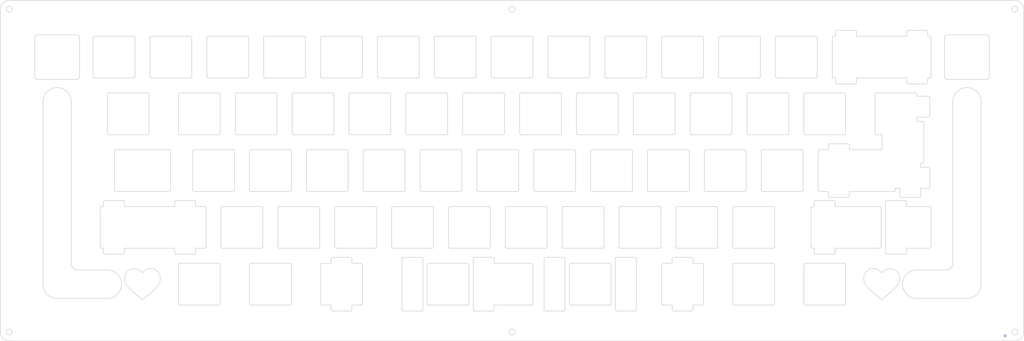
<source format=kicad_pcb>
(kicad_pcb (version 20171130) (host pcbnew "(5.1.5)-3")

  (general
    (thickness 1.6)
    (drawings 720)
    (tracks 1)
    (zones 0)
    (modules 0)
    (nets 1)
  )

  (page A4)
  (layers
    (0 F.Cu signal)
    (31 B.Cu signal)
    (32 B.Adhes user)
    (33 F.Adhes user)
    (34 B.Paste user)
    (35 F.Paste user)
    (36 B.SilkS user)
    (37 F.SilkS user)
    (38 B.Mask user)
    (39 F.Mask user)
    (40 Dwgs.User user)
    (41 Cmts.User user)
    (42 Eco1.User user)
    (43 Eco2.User user)
    (44 Edge.Cuts user)
    (45 Margin user)
    (46 B.CrtYd user)
    (47 F.CrtYd user)
    (48 B.Fab user)
    (49 F.Fab user)
  )

  (setup
    (last_trace_width 0.25)
    (trace_clearance 0.2)
    (zone_clearance 0.508)
    (zone_45_only no)
    (trace_min 0.2)
    (via_size 0.8)
    (via_drill 0.4)
    (via_min_size 0.4)
    (via_min_drill 0.3)
    (uvia_size 0.3)
    (uvia_drill 0.1)
    (uvias_allowed no)
    (uvia_min_size 0.2)
    (uvia_min_drill 0.1)
    (edge_width 0.05)
    (segment_width 0.2)
    (pcb_text_width 0.3)
    (pcb_text_size 1.5 1.5)
    (mod_edge_width 0.12)
    (mod_text_size 1 1)
    (mod_text_width 0.15)
    (pad_size 1.524 1.524)
    (pad_drill 0.762)
    (pad_to_mask_clearance 0.051)
    (solder_mask_min_width 0.25)
    (aux_axis_origin 0 0)
    (visible_elements FFFFFF7F)
    (pcbplotparams
      (layerselection 0x010fc_ffffffff)
      (usegerberextensions false)
      (usegerberattributes false)
      (usegerberadvancedattributes false)
      (creategerberjobfile false)
      (excludeedgelayer true)
      (linewidth 0.100000)
      (plotframeref false)
      (viasonmask false)
      (mode 1)
      (useauxorigin false)
      (hpglpennumber 1)
      (hpglpenspeed 20)
      (hpglpendiameter 15.000000)
      (psnegative false)
      (psa4output false)
      (plotreference true)
      (plotvalue true)
      (plotinvisibletext false)
      (padsonsilk false)
      (subtractmaskfromsilk false)
      (outputformat 1)
      (mirror false)
      (drillshape 0)
      (scaleselection 1)
      (outputdirectory "platemanu/"))
  )

  (net 0 "")

  (net_class Default "This is the default net class."
    (clearance 0.2)
    (trace_width 0.25)
    (via_dia 0.8)
    (via_drill 0.4)
    (uvia_dia 0.3)
    (uvia_drill 0.1)
  )

  (gr_arc (start 240.999999 138.40625) (end 240.5 138.40625) (angle -90) (layer Edge.Cuts) (width 0.2))
  (gr_line (start 241.587 140.40625) (end 241.587 138.90625) (layer Edge.Cuts) (width 0.2))
  (gr_arc (start 265.962999 140.40625) (end 265.463 140.40625) (angle -90) (layer Edge.Cuts) (width 0.2))
  (gr_line (start 241.587 138.90625) (end 241 138.90625) (layer Edge.Cuts) (width 0.2))
  (gr_line (start 240.5 138.40625) (end 240.5 125.40625) (layer Edge.Cuts) (width 0.2))
  (gr_arc (start 286.243749 81.25625) (end 285.24375 81.256249) (angle -90) (layer Edge.Cuts) (width 0.2))
  (gr_line (start 299.243749 82.25625) (end 286.24375 82.256249) (layer Edge.Cuts) (width 0.2))
  (gr_line (start 42.56875 144.45625) (end 42.56875 157.45625) (layer Edge.Cuts) (width 0.2))
  (gr_line (start 248.587 138.90625) (end 248.586999 140.40625) (layer Edge.Cuts) (width 0.2))
  (gr_line (start 176.70625 124.90625) (end 189.70625 124.90625) (layer Edge.Cuts) (width 0.2))
  (gr_line (start 242.087 122.90625) (end 248.087 122.90625) (layer Edge.Cuts) (width 0.2))
  (gr_arc (start 29.06875 157.45625) (end 28.56875 157.45625) (angle -90) (layer Edge.Cuts) (width 0.2))
  (gr_arc (start 286.24375 68.256249) (end 286.24375 67.256249) (angle -90) (layer Edge.Cuts) (width 0.2))
  (gr_line (start 157.15625 138.40625) (end 157.156249 125.40625) (layer Edge.Cuts) (width 0.2))
  (gr_line (start 252.11875 87.30625) (end 252.11875 100.30625) (layer Edge.Cuts) (width 0.2))
  (gr_line (start 190.20625 125.40625) (end 190.20625 138.406249) (layer Edge.Cuts) (width 0.2))
  (gr_line (start 241.587 124.90625) (end 241.587 123.40625) (layer Edge.Cuts) (width 0.2))
  (gr_line (start 241 124.90625) (end 241.587 124.90625) (layer Edge.Cuts) (width 0.2))
  (gr_arc (start 241 125.40625) (end 241 124.90625) (angle -90) (layer Edge.Cuts) (width 0.2))
  (gr_line (start 300.24375 68.256249) (end 300.24375 81.256249) (layer Edge.Cuts) (width 0.2))
  (gr_arc (start 189.70625 138.406249) (end 189.70625 138.90625) (angle -90) (layer Edge.Cuts) (width 0.2))
  (gr_arc (start 238.61875 87.30625) (end 238.61875 86.80625) (angle -90) (layer Edge.Cuts) (width 0.2))
  (gr_arc (start 42.06875 144.456249) (end 42.56875 144.45625) (angle -90) (layer Edge.Cuts) (width 0.2))
  (gr_arc (start 170.65625 125.406249) (end 171.15625 125.40625) (angle -90) (layer Edge.Cuts) (width 0.2))
  (gr_arc (start 299.24375 81.256249) (end 299.243749 82.25625) (angle -90) (layer Edge.Cuts) (width 0.2))
  (gr_line (start -5.556251 82.25625) (end -18.55625 82.256249) (layer Edge.Cuts) (width 0.2))
  (gr_line (start -4.55625 68.256249) (end -4.55625 81.256249) (layer Edge.Cuts) (width 0.2))
  (gr_arc (start -18.55625 68.25625) (end -18.556251 67.256249) (angle -90) (layer Edge.Cuts) (width 0.2))
  (gr_line (start 170.65625 138.90625) (end 157.65625 138.90625) (layer Edge.Cuts) (width 0.2))
  (gr_arc (start 176.706249 138.40625) (end 176.20625 138.40625) (angle -90) (layer Edge.Cuts) (width 0.2))
  (gr_arc (start 242.086999 140.40625) (end 241.587 140.40625) (angle -90) (layer Edge.Cuts) (width 0.2))
  (gr_arc (start 189.70625 125.406249) (end 190.20625 125.40625) (angle -90) (layer Edge.Cuts) (width 0.2))
  (gr_line (start 286.24375 67.256249) (end 299.243749 67.25625) (layer Edge.Cuts) (width 0.2))
  (gr_line (start 238.61875 86.80625) (end 251.61875 86.806249) (layer Edge.Cuts) (width 0.2))
  (gr_line (start -18.556251 67.256249) (end -5.556251 67.256249) (layer Edge.Cuts) (width 0.2))
  (gr_arc (start 238.618749 100.30625) (end 238.11875 100.30625) (angle -90) (layer Edge.Cuts) (width 0.2))
  (gr_arc (start 251.618749 100.306249) (end 251.61875 100.80625) (angle -90) (layer Edge.Cuts) (width 0.2))
  (gr_arc (start 170.656249 138.406249) (end 170.65625 138.90625) (angle -90) (layer Edge.Cuts) (width 0.2))
  (gr_line (start 189.70625 138.90625) (end 176.70625 138.906249) (layer Edge.Cuts) (width 0.2))
  (gr_arc (start -18.55625 81.256249) (end -19.556251 81.256249) (angle -90) (layer Edge.Cuts) (width 0.2))
  (gr_line (start 42.06875 157.95625) (end 29.06875 157.95625) (layer Edge.Cuts) (width 0.2))
  (gr_arc (start 251.61875 87.306249) (end 252.11875 87.30625) (angle -90) (layer Edge.Cuts) (width 0.2))
  (gr_arc (start 29.06875 144.45625) (end 29.06875 143.95625) (angle -90) (layer Edge.Cuts) (width 0.2))
  (gr_arc (start 42.06875 157.45625) (end 42.06875 157.95625) (angle -90) (layer Edge.Cuts) (width 0.2))
  (gr_arc (start -5.556251 68.25625) (end -4.55625 68.256249) (angle -90) (layer Edge.Cuts) (width 0.2))
  (gr_line (start 248.087 140.90625) (end 242.087 140.90625) (layer Edge.Cuts) (width 0.2))
  (gr_line (start 29.06875 143.95625) (end 42.06875 143.95625) (layer Edge.Cuts) (width 0.2))
  (gr_line (start 263.525 138.90625) (end 248.587 138.90625) (layer Edge.Cuts) (width 0.2))
  (gr_line (start 248.587 124.90625) (end 263.525 124.90625) (layer Edge.Cuts) (width 0.2))
  (gr_arc (start -5.556251 81.256249) (end -5.556251 82.25625) (angle -90) (layer Edge.Cuts) (width 0.2))
  (gr_line (start 176.20625 138.40625) (end 176.20625 125.40625) (layer Edge.Cuts) (width 0.2))
  (gr_arc (start 299.24375 68.256249) (end 300.24375 68.256249) (angle -90) (layer Edge.Cuts) (width 0.2))
  (gr_arc (start 263.525 138.406249) (end 263.525 138.90625) (angle -90) (layer Edge.Cuts) (width 0.2))
  (gr_line (start 264.025 125.40625) (end 264.025 138.406249) (layer Edge.Cuts) (width 0.2))
  (gr_arc (start 157.65625 125.40625) (end 157.65625 124.90625) (angle -90) (layer Edge.Cuts) (width 0.2))
  (gr_line (start 248.587 123.40625) (end 248.587 124.90625) (layer Edge.Cuts) (width 0.2))
  (gr_arc (start 242.087 123.40625) (end 242.087 122.90625) (angle -90) (layer Edge.Cuts) (width 0.2))
  (gr_line (start -19.556251 81.256249) (end -19.556251 68.25625) (layer Edge.Cuts) (width 0.2))
  (gr_line (start 28.56875 157.45625) (end 28.56875 144.45625) (layer Edge.Cuts) (width 0.2))
  (gr_line (start 251.61875 100.80625) (end 238.61875 100.80625) (layer Edge.Cuts) (width 0.2))
  (gr_line (start 157.65625 124.90625) (end 170.65625 124.90625) (layer Edge.Cuts) (width 0.2))
  (gr_line (start 238.11875 100.30625) (end 238.11875 87.30625) (layer Edge.Cuts) (width 0.2))
  (gr_arc (start 157.656249 138.40625) (end 157.15625 138.40625) (angle -90) (layer Edge.Cuts) (width 0.2))
  (gr_line (start 171.15625 125.40625) (end 171.15625 138.406249) (layer Edge.Cuts) (width 0.2))
  (gr_arc (start 176.70625 125.40625) (end 176.70625 124.90625) (angle -90) (layer Edge.Cuts) (width 0.2))
  (gr_arc (start 263.525 125.406249) (end 264.025 125.40625) (angle -90) (layer Edge.Cuts) (width 0.2))
  (gr_arc (start 248.086999 140.406249) (end 248.087 140.90625) (angle -90) (layer Edge.Cuts) (width 0.2))
  (gr_line (start 285.24375 81.256249) (end 285.24375 68.25625) (layer Edge.Cuts) (width 0.2))
  (gr_arc (start 248.087 123.406249) (end 248.587 123.40625) (angle -90) (layer Edge.Cuts) (width 0.2))
  (gr_arc (start 277.8125 96.831249) (end 278.3125 96.83125) (angle -90) (layer Edge.Cuts) (width 0.2))
  (gr_arc (start 279.8125 94.39325) (end 279.812499 94.89325) (angle -90) (layer Edge.Cuts) (width 0.2))
  (gr_arc (start 181.46875 87.30625) (end 181.46875 86.80625) (angle -90) (layer Edge.Cuts) (width 0.2))
  (gr_arc (start 61.11875 100.30625) (end 61.11875 100.80625) (angle -90) (layer Edge.Cuts) (width 0.2))
  (gr_line (start 264.3125 100.80625) (end 262.43125 100.80625) (layer Edge.Cuts) (width 0.2))
  (gr_arc (start 184.943749 81.256249) (end 184.94375 81.75625) (angle -90) (layer Edge.Cuts) (width 0.2))
  (gr_line (start 185.44375 68.25625) (end 185.44375 81.256249) (layer Edge.Cuts) (width 0.2))
  (gr_arc (start 61.118749 87.30625) (end 61.61875 87.30625) (angle -90) (layer Edge.Cuts) (width 0.2))
  (gr_line (start 194.46875 100.80625) (end 181.46875 100.80625) (layer Edge.Cuts) (width 0.2))
  (gr_arc (start 246.8495 104.35625) (end 246.8495 103.85625) (angle -90) (layer Edge.Cuts) (width 0.2))
  (gr_line (start 261.93125 100.30625) (end 261.93125 87.30625) (layer Edge.Cuts) (width 0.2))
  (gr_arc (start 194.46875 100.306249) (end 194.46875 100.80625) (angle -90) (layer Edge.Cuts) (width 0.2))
  (gr_line (start 194.96875 87.30625) (end 194.96875 100.30625) (layer Edge.Cuts) (width 0.2))
  (gr_line (start 275.93125 94.89325) (end 275.93125 96.33125) (layer Edge.Cuts) (width 0.2))
  (gr_arc (start 194.46875 87.306249) (end 194.96875 87.30625) (angle -90) (layer Edge.Cuts) (width 0.2))
  (gr_arc (start 262.43125 87.30625) (end 262.43125 86.80625) (angle -90) (layer Edge.Cuts) (width 0.2))
  (gr_arc (start 243.381249 106.35625) (end 243.381249 105.85625) (angle -90) (layer Edge.Cuts) (width 0.2))
  (gr_line (start 47.61875 100.30625) (end 47.61875 87.30625) (layer Edge.Cuts) (width 0.2))
  (gr_line (start 280.312499 88.39325) (end 280.312499 94.39325) (layer Edge.Cuts) (width 0.2))
  (gr_line (start 279.812499 94.89325) (end 275.93125 94.89325) (layer Edge.Cuts) (width 0.2))
  (gr_arc (start 279.8125 112.269249) (end 280.312499 112.26925) (angle -90) (layer Edge.Cuts) (width 0.2))
  (gr_arc (start 48.11875 100.30625) (end 47.61875 100.30625) (angle -90) (layer Edge.Cuts) (width 0.2))
  (gr_line (start 48.11875 86.80625) (end 61.11875 86.806249) (layer Edge.Cuts) (width 0.2))
  (gr_arc (start 184.94375 68.256249) (end 185.44375 68.25625) (angle -90) (layer Edge.Cuts) (width 0.2))
  (gr_arc (start 275.43125 87.306249) (end 275.93125 87.30625) (angle -90) (layer Edge.Cuts) (width 0.2))
  (gr_line (start 42.06875 100.80625) (end 29.06875 100.80625) (layer Edge.Cuts) (width 0.2))
  (gr_arc (start 262.431249 100.30625) (end 261.93125 100.30625) (angle -90) (layer Edge.Cuts) (width 0.2))
  (gr_line (start 42.56875 87.30625) (end 42.568749 100.30625) (layer Edge.Cuts) (width 0.2))
  (gr_line (start 243.381249 105.85625) (end 246.3495 105.85625) (layer Edge.Cuts) (width 0.2))
  (gr_arc (start 29.06875 100.30625) (end 28.56875 100.30625) (angle -90) (layer Edge.Cuts) (width 0.2))
  (gr_line (start 253.3495 104.35625) (end 253.3495 105.85625) (layer Edge.Cuts) (width 0.2))
  (gr_line (start 246.8495 103.85625) (end 252.8495 103.856249) (layer Edge.Cuts) (width 0.2))
  (gr_line (start 242.881249 119.35625) (end 242.881249 106.35625) (layer Edge.Cuts) (width 0.2))
  (gr_line (start 262.43125 86.80625) (end 275.43125 86.806249) (layer Edge.Cuts) (width 0.2))
  (gr_arc (start 42.06875 100.30625) (end 42.06875 100.80625) (angle -90) (layer Edge.Cuts) (width 0.2))
  (gr_arc (start 171.94375 81.25625) (end 171.44375 81.256249) (angle -90) (layer Edge.Cuts) (width 0.2))
  (gr_line (start 246.3495 105.85625) (end 246.3495 104.35625) (layer Edge.Cuts) (width 0.2))
  (gr_line (start 275.93125 96.33125) (end 277.8125 96.33125) (layer Edge.Cuts) (width 0.2))
  (gr_line (start 171.44375 81.256249) (end 171.443749 68.25625) (layer Edge.Cuts) (width 0.2))
  (gr_line (start 184.94375 81.75625) (end 171.94375 81.75625) (layer Edge.Cuts) (width 0.2))
  (gr_arc (start 29.06875 87.30625) (end 29.06875 86.80625) (angle -90) (layer Edge.Cuts) (width 0.2))
  (gr_line (start 171.94375 67.75625) (end 184.94375 67.756249) (layer Edge.Cuts) (width 0.2))
  (gr_line (start 278.3125 96.83125) (end 278.3125 109.83125) (layer Edge.Cuts) (width 0.2))
  (gr_line (start 277.8125 110.331249) (end 277.2255 110.331249) (layer Edge.Cuts) (width 0.2))
  (gr_line (start 61.11875 100.80625) (end 48.11875 100.80625) (layer Edge.Cuts) (width 0.2))
  (gr_line (start 275.93125 87.30625) (end 275.93125 87.89325) (layer Edge.Cuts) (width 0.2))
  (gr_arc (start 171.94375 68.25625) (end 171.94375 67.75625) (angle -90) (layer Edge.Cuts) (width 0.2))
  (gr_line (start 61.61875 87.30625) (end 61.61875 100.30625) (layer Edge.Cuts) (width 0.2))
  (gr_line (start 280.312499 112.26925) (end 280.3125 118.26925) (layer Edge.Cuts) (width 0.2))
  (gr_line (start 275.93125 87.89325) (end 279.812499 87.893249) (layer Edge.Cuts) (width 0.2))
  (gr_line (start 29.06875 86.80625) (end 42.06875 86.806249) (layer Edge.Cuts) (width 0.2))
  (gr_line (start 277.2255 111.76925) (end 279.812499 111.76925) (layer Edge.Cuts) (width 0.2))
  (gr_line (start 277.2255 110.331249) (end 277.2255 111.76925) (layer Edge.Cuts) (width 0.2))
  (gr_arc (start 277.8125 109.831249) (end 277.8125 110.331249) (angle -90) (layer Edge.Cuts) (width 0.2))
  (gr_arc (start 252.8495 104.356249) (end 253.3495 104.35625) (angle -90) (layer Edge.Cuts) (width 0.2))
  (gr_arc (start 279.8125 88.393249) (end 280.312499 88.39325) (angle -90) (layer Edge.Cuts) (width 0.2))
  (gr_line (start 253.3495 105.85625) (end 264.3125 105.85625) (layer Edge.Cuts) (width 0.2))
  (gr_arc (start 181.468749 100.30625) (end 180.96875 100.30625) (angle -90) (layer Edge.Cuts) (width 0.2))
  (gr_line (start 181.46875 86.80625) (end 194.46875 86.806249) (layer Edge.Cuts) (width 0.2))
  (gr_line (start 264.3125 105.85625) (end 264.3125 100.80625) (layer Edge.Cuts) (width 0.2))
  (gr_line (start 180.96875 100.30625) (end 180.96875 87.30625) (layer Edge.Cuts) (width 0.2))
  (gr_arc (start 48.11875 87.306249) (end 48.11875 86.80625) (angle -90) (layer Edge.Cuts) (width 0.2))
  (gr_line (start 28.56875 100.30625) (end 28.56875 87.30625) (layer Edge.Cuts) (width 0.2))
  (gr_arc (start 42.06875 87.306249) (end 42.56875 87.30625) (angle -90) (layer Edge.Cuts) (width 0.2))
  (gr_line (start 214.01875 87.30625) (end 214.01875 100.30625) (layer Edge.Cuts) (width 0.2))
  (gr_line (start 19.54375 81.756249) (end 32.54375 81.75625) (layer Edge.Cuts) (width 0.2))
  (gr_arc (start 175.41875 100.306249) (end 175.41875 100.80625) (angle -90) (layer Edge.Cuts) (width 0.2))
  (gr_arc (start 67.16875 100.30625) (end 66.66875 100.30625) (angle -90) (layer Edge.Cuts) (width 0.2))
  (gr_arc (start 65.88125 144.45625) (end 66.38125 144.45625) (angle -90) (layer Edge.Cuts) (width 0.2))
  (gr_line (start 137.81875 87.30625) (end 137.81875 100.30625) (layer Edge.Cuts) (width 0.2))
  (gr_arc (start 137.31875 87.306249) (end 137.81875 87.30625) (angle -90) (layer Edge.Cuts) (width 0.2))
  (gr_arc (start 65.881249 157.456249) (end 65.88125 157.95625) (angle -90) (layer Edge.Cuts) (width 0.2))
  (gr_line (start 271.963 140.90625) (end 265.963 140.906249) (layer Edge.Cuts) (width 0.2))
  (gr_line (start 124.31875 86.80625) (end 137.31875 86.806249) (layer Edge.Cuts) (width 0.2))
  (gr_line (start 80.16875 86.80625) (end 67.16875 86.80625) (layer Edge.Cuts) (width 0.2))
  (gr_arc (start 165.89375 68.256249) (end 166.39375 68.25625) (angle -90) (layer Edge.Cuts) (width 0.2))
  (gr_line (start 152.89375 67.75625) (end 165.89375 67.756249) (layer Edge.Cuts) (width 0.2))
  (gr_arc (start 152.89375 68.25625) (end 152.89375 67.75625) (angle -90) (layer Edge.Cuts) (width 0.2))
  (gr_arc (start 32.54375 68.256249) (end 33.04375 68.25625) (angle -90) (layer Edge.Cuts) (width 0.2))
  (gr_line (start 162.41875 86.80625) (end 175.41875 86.806249) (layer Edge.Cuts) (width 0.2))
  (gr_arc (start 280.19375 138.406249) (end 280.19375 138.90625) (angle -90) (layer Edge.Cuts) (width 0.2))
  (gr_line (start 272.463 138.90625) (end 272.463 140.40625) (layer Edge.Cuts) (width 0.2))
  (gr_arc (start 19.54375 68.25625) (end 19.54375 67.75625) (angle -90) (layer Edge.Cuts) (width 0.2))
  (gr_line (start 32.54375 67.756249) (end 19.54375 67.75625) (layer Edge.Cuts) (width 0.2))
  (gr_line (start 272.463 124.90625) (end 280.19375 124.90625) (layer Edge.Cuts) (width 0.2))
  (gr_arc (start 32.54375 81.25625) (end 32.54375 81.75625) (angle -90) (layer Edge.Cuts) (width 0.2))
  (gr_line (start 280.69375 125.40625) (end 280.69375 138.406249) (layer Edge.Cuts) (width 0.2))
  (gr_arc (start 19.543749 81.256249) (end 19.04375 81.256249) (angle -90) (layer Edge.Cuts) (width 0.2))
  (gr_line (start 161.91875 100.30625) (end 161.91875 87.30625) (layer Edge.Cuts) (width 0.2))
  (gr_arc (start 175.41875 87.306249) (end 175.91875 87.30625) (angle -90) (layer Edge.Cuts) (width 0.2))
  (gr_arc (start 80.16875 87.30625) (end 80.66875 87.30625) (angle -90) (layer Edge.Cuts) (width 0.2))
  (gr_arc (start 200.51875 100.30625) (end 200.01875 100.30625) (angle -90) (layer Edge.Cuts) (width 0.2))
  (gr_arc (start 213.51875 100.306249) (end 213.51875 100.80625) (angle -90) (layer Edge.Cuts) (width 0.2))
  (gr_line (start 175.41875 100.80625) (end 162.41875 100.80625) (layer Edge.Cuts) (width 0.2))
  (gr_line (start 175.91875 87.30625) (end 175.91875 100.30625) (layer Edge.Cuts) (width 0.2))
  (gr_arc (start 162.41875 87.30625) (end 162.41875 86.80625) (angle -90) (layer Edge.Cuts) (width 0.2))
  (gr_arc (start 52.881249 144.456249) (end 52.88125 143.95625) (angle -90) (layer Edge.Cuts) (width 0.2))
  (gr_line (start 52.88125 157.95625) (end 65.88125 157.95625) (layer Edge.Cuts) (width 0.2))
  (gr_line (start 200.01875 100.30625) (end 200.01875 87.30625) (layer Edge.Cuts) (width 0.2))
  (gr_line (start 137.31875 100.80625) (end 124.31875 100.80625) (layer Edge.Cuts) (width 0.2))
  (gr_line (start 280.19375 138.90625) (end 272.463 138.90625) (layer Edge.Cuts) (width 0.2))
  (gr_line (start 265.963 122.90625) (end 271.963 122.90625) (layer Edge.Cuts) (width 0.2))
  (gr_arc (start 124.31875 100.306249) (end 123.81875 100.30625) (angle -90) (layer Edge.Cuts) (width 0.2))
  (gr_arc (start 137.31875 100.30625) (end 137.31875 100.80625) (angle -90) (layer Edge.Cuts) (width 0.2))
  (gr_line (start 65.88125 143.95625) (end 52.88125 143.95625) (layer Edge.Cuts) (width 0.2))
  (gr_line (start 213.51875 100.80625) (end 200.51875 100.80625) (layer Edge.Cuts) (width 0.2))
  (gr_line (start 200.51875 86.80625) (end 213.51875 86.806249) (layer Edge.Cuts) (width 0.2))
  (gr_arc (start 200.51875 87.30625) (end 200.51875 86.80625) (angle -90) (layer Edge.Cuts) (width 0.2))
  (gr_line (start 123.81875 100.30625) (end 123.81875 87.30625) (layer Edge.Cuts) (width 0.2))
  (gr_arc (start 124.31875 87.30625) (end 124.31875 86.80625) (angle -90) (layer Edge.Cuts) (width 0.2))
  (gr_arc (start 271.962999 140.406249) (end 271.963 140.90625) (angle -90) (layer Edge.Cuts) (width 0.2))
  (gr_line (start 66.38125 157.45625) (end 66.38125 144.45625) (layer Edge.Cuts) (width 0.2))
  (gr_line (start 19.04375 68.25625) (end 19.04375 81.256249) (layer Edge.Cuts) (width 0.2))
  (gr_arc (start 162.418749 100.30625) (end 161.91875 100.30625) (angle -90) (layer Edge.Cuts) (width 0.2))
  (gr_line (start 80.66875 100.30625) (end 80.66875 87.30625) (layer Edge.Cuts) (width 0.2))
  (gr_arc (start 80.16875 100.30625) (end 80.16875 100.80625) (angle -90) (layer Edge.Cuts) (width 0.2))
  (gr_arc (start 265.963 123.40625) (end 265.963 122.90625) (angle -90) (layer Edge.Cuts) (width 0.2))
  (gr_line (start 66.66875 87.30625) (end 66.66875 100.30625) (layer Edge.Cuts) (width 0.2))
  (gr_arc (start 280.19375 125.406249) (end 280.69375 125.40625) (angle -90) (layer Edge.Cuts) (width 0.2))
  (gr_arc (start 271.963 123.406249) (end 272.463 123.40625) (angle -90) (layer Edge.Cuts) (width 0.2))
  (gr_arc (start 213.51875 87.306249) (end 214.01875 87.30625) (angle -90) (layer Edge.Cuts) (width 0.2))
  (gr_arc (start 67.168749 87.306249) (end 67.16875 86.80625) (angle -90) (layer Edge.Cuts) (width 0.2))
  (gr_line (start 67.16875 100.80625) (end 80.16875 100.80625) (layer Edge.Cuts) (width 0.2))
  (gr_line (start 265.463 140.40625) (end 265.463 123.40625) (layer Edge.Cuts) (width 0.2))
  (gr_arc (start 52.88125 157.45625) (end 52.38125 157.45625) (angle -90) (layer Edge.Cuts) (width 0.2))
  (gr_line (start 272.463 123.40625) (end 272.463 124.90625) (layer Edge.Cuts) (width 0.2))
  (gr_line (start 52.38125 144.45625) (end 52.38125 157.45625) (layer Edge.Cuts) (width 0.2))
  (gr_line (start 33.04375 81.256249) (end 33.04375 68.25625) (layer Edge.Cuts) (width 0.2))
  (gr_line (start 34.338 124.90625) (end 37.30625 124.90625) (layer Edge.Cuts) (width 0.2))
  (gr_line (start 34.338 123.40625) (end 34.338 124.90625) (layer Edge.Cuts) (width 0.2))
  (gr_arc (start 37.30625 125.40625) (end 37.80625 125.40625) (angle -90) (layer Edge.Cuts) (width 0.2))
  (gr_arc (start 33.838 123.40625) (end 34.338 123.40625) (angle -90) (layer Edge.Cuts) (width 0.2))
  (gr_line (start 27.838 122.90625) (end 33.838 122.90625) (layer Edge.Cuts) (width 0.2))
  (gr_line (start 25.9 106.35625) (end 25.9 119.35625) (layer Edge.Cuts) (width 0.2))
  (gr_arc (start 25.4 106.35625) (end 25.9 106.35625) (angle -90) (layer Edge.Cuts) (width 0.2))
  (gr_arc (start 160.0375 157.45625) (end 159.5375 157.45625) (angle -90) (layer Edge.Cuts) (width 0.2))
  (gr_line (start 173.0375 157.95625) (end 160.0375 157.95625) (layer Edge.Cuts) (width 0.2))
  (gr_arc (start 110.03125 119.35625) (end 109.53125 119.35625) (angle -90) (layer Edge.Cuts) (width 0.2))
  (gr_arc (start 214.80625 157.45625) (end 214.30625 157.45625) (angle -90) (layer Edge.Cuts) (width 0.2))
  (gr_line (start 151.60625 138.90625) (end 138.60625 138.90625) (layer Edge.Cuts) (width 0.2))
  (gr_line (start 25.4 119.85625) (end 7.6375 119.85625) (layer Edge.Cuts) (width 0.2))
  (gr_arc (start 214.80625 125.40625) (end 214.80625 124.90625) (angle -90) (layer Edge.Cuts) (width 0.2))
  (gr_arc (start 227.80625 157.45625) (end 227.80625 157.95625) (angle -90) (layer Edge.Cuts) (width 0.2))
  (gr_line (start 123.03125 119.85625) (end 110.03125 119.85625) (layer Edge.Cuts) (width 0.2))
  (gr_line (start 123.53125 106.35625) (end 123.53125 119.35625) (layer Edge.Cuts) (width 0.2))
  (gr_arc (start 123.031249 106.35625) (end 123.53125 106.35625) (angle -90) (layer Edge.Cuts) (width 0.2))
  (gr_line (start 214.30625 157.45625) (end 214.30625 144.45625) (layer Edge.Cuts) (width 0.2))
  (gr_line (start 227.80625 157.95625) (end 214.80625 157.95625) (layer Edge.Cuts) (width 0.2))
  (gr_arc (start 227.806249 138.406249) (end 227.80625 138.90625) (angle -90) (layer Edge.Cuts) (width 0.2))
  (gr_line (start 214.30625 125.40625) (end 214.30625 138.406249) (layer Edge.Cuts) (width 0.2))
  (gr_arc (start 214.80625 138.40625) (end 214.30625 138.406249) (angle -90) (layer Edge.Cuts) (width 0.2))
  (gr_arc (start 7.6375 106.35625) (end 7.6375 105.85625) (angle -90) (layer Edge.Cuts) (width 0.2))
  (gr_line (start 228.30625 144.45625) (end 228.306249 157.45625) (layer Edge.Cuts) (width 0.2))
  (gr_line (start 7.1375 119.35625) (end 7.1375 106.35625) (layer Edge.Cuts) (width 0.2))
  (gr_line (start 7.6375 105.85625) (end 25.4 105.85625) (layer Edge.Cuts) (width 0.2))
  (gr_arc (start 84.93125 119.356249) (end 84.93125 119.85625) (angle -90) (layer Edge.Cuts) (width 0.2))
  (gr_arc (start 71.931249 119.35625) (end 71.431249 119.35625) (angle -90) (layer Edge.Cuts) (width 0.2))
  (gr_line (start 138.10625 138.40625) (end 138.10625 125.40625) (layer Edge.Cuts) (width 0.2))
  (gr_line (start 110.03125 105.85625) (end 123.03125 105.856249) (layer Edge.Cuts) (width 0.2))
  (gr_arc (start 27.838 123.40625) (end 27.838 122.90625) (angle -90) (layer Edge.Cuts) (width 0.2))
  (gr_line (start 27.338 124.90625) (end 27.338 123.40625) (layer Edge.Cuts) (width 0.2))
  (gr_line (start 10.462 124.90625) (end 27.338 124.90625) (layer Edge.Cuts) (width 0.2))
  (gr_arc (start 9.961999 123.40625) (end 10.462 123.40625) (angle -90) (layer Edge.Cuts) (width 0.2))
  (gr_arc (start 75.40625 125.406249) (end 75.90625 125.40625) (angle -90) (layer Edge.Cuts) (width 0.2))
  (gr_arc (start 227.80625 144.456249) (end 228.30625 144.45625) (angle -90) (layer Edge.Cuts) (width 0.2))
  (gr_arc (start 7.637499 119.35625) (end 7.1375 119.35625) (angle -90) (layer Edge.Cuts) (width 0.2))
  (gr_arc (start 84.93125 106.35625) (end 85.43125 106.35625) (angle -90) (layer Edge.Cuts) (width 0.2))
  (gr_line (start 75.40625 138.90625) (end 62.40625 138.90625) (layer Edge.Cuts) (width 0.2))
  (gr_arc (start 173.0375 144.456249) (end 173.5375 144.45625) (angle -90) (layer Edge.Cuts) (width 0.2))
  (gr_arc (start 214.80625 144.45625) (end 214.80625 143.95625) (angle -90) (layer Edge.Cuts) (width 0.2))
  (gr_line (start 227.80625 124.90625) (end 214.80625 124.90625) (layer Edge.Cuts) (width 0.2))
  (gr_line (start 71.431249 119.35625) (end 71.431249 106.35625) (layer Edge.Cuts) (width 0.2))
  (gr_line (start 85.43125 106.35625) (end 85.43125 119.35625) (layer Edge.Cuts) (width 0.2))
  (gr_line (start 10.462 123.40625) (end 10.462 124.90625) (layer Edge.Cuts) (width 0.2))
  (gr_line (start 61.906249 138.40625) (end 61.906249 125.40625) (layer Edge.Cuts) (width 0.2))
  (gr_arc (start 62.40625 138.40625) (end 61.906249 138.40625) (angle -90) (layer Edge.Cuts) (width 0.2))
  (gr_line (start 159.5375 157.45625) (end 159.5375 144.45625) (layer Edge.Cuts) (width 0.2))
  (gr_line (start 173.5375 144.45625) (end 173.5375 157.45625) (layer Edge.Cuts) (width 0.2))
  (gr_line (start 84.93125 119.85625) (end 71.93125 119.85625) (layer Edge.Cuts) (width 0.2))
  (gr_line (start 71.93125 105.85625) (end 84.93125 105.856249) (layer Edge.Cuts) (width 0.2))
  (gr_line (start 109.53125 119.35625) (end 109.53125 106.35625) (layer Edge.Cuts) (width 0.2))
  (gr_arc (start 160.0375 144.45625) (end 160.0375 143.95625) (angle -90) (layer Edge.Cuts) (width 0.2))
  (gr_arc (start 75.40625 138.406249) (end 75.40625 138.90625) (angle -90) (layer Edge.Cuts) (width 0.2))
  (gr_arc (start 227.80625 125.406249) (end 228.30625 125.40625) (angle -90) (layer Edge.Cuts) (width 0.2))
  (gr_arc (start 110.03125 106.35625) (end 110.03125 105.85625) (angle -90) (layer Edge.Cuts) (width 0.2))
  (gr_line (start 75.90625 125.40625) (end 75.90625 138.406249) (layer Edge.Cuts) (width 0.2))
  (gr_line (start 62.40625 124.90625) (end 75.40625 124.906249) (layer Edge.Cuts) (width 0.2))
  (gr_arc (start 173.0375 157.45625) (end 173.0375 157.95625) (angle -90) (layer Edge.Cuts) (width 0.2))
  (gr_arc (start 71.931249 106.35625) (end 71.93125 105.85625) (angle -90) (layer Edge.Cuts) (width 0.2))
  (gr_line (start 214.80625 138.90625) (end 227.80625 138.90625) (layer Edge.Cuts) (width 0.2))
  (gr_arc (start 123.03125 119.35625) (end 123.03125 119.85625) (angle -90) (layer Edge.Cuts) (width 0.2))
  (gr_line (start 214.80625 143.95625) (end 227.80625 143.95625) (layer Edge.Cuts) (width 0.2))
  (gr_arc (start 138.60625 138.40625) (end 138.10625 138.40625) (angle -90) (layer Edge.Cuts) (width 0.2))
  (gr_arc (start 62.406249 125.40625) (end 62.40625 124.90625) (angle -90) (layer Edge.Cuts) (width 0.2))
  (gr_line (start 160.0375 143.95625) (end 173.0375 143.95625) (layer Edge.Cuts) (width 0.2))
  (gr_arc (start 25.4 119.35625) (end 25.4 119.85625) (angle -90) (layer Edge.Cuts) (width 0.2))
  (gr_line (start 228.30625 138.406249) (end 228.30625 125.40625) (layer Edge.Cuts) (width 0.2))
  (gr_line (start 129.08125 105.85625) (end 142.08125 105.85625) (layer Edge.Cuts) (width 0.2))
  (gr_arc (start 186.23125 106.35625) (end 186.23125 105.85625) (angle -90) (layer Edge.Cuts) (width 0.2))
  (gr_arc (start 156.36875 87.306249) (end 156.86875 87.30625) (angle -90) (layer Edge.Cuts) (width 0.2))
  (gr_line (start 147.63125 119.35625) (end 147.631249 106.35625) (layer Edge.Cuts) (width 0.2))
  (gr_line (start 161.63125 106.35625) (end 161.631249 119.35625) (layer Edge.Cuts) (width 0.2))
  (gr_line (start 33.83125 105.85625) (end 46.83125 105.85625) (layer Edge.Cuts) (width 0.2))
  (gr_arc (start 33.83125 106.35625) (end 33.83125 105.85625) (angle -90) (layer Edge.Cuts) (width 0.2))
  (gr_line (start 148.13125 105.85625) (end 161.13125 105.85625) (layer Edge.Cuts) (width 0.2))
  (gr_arc (start 156.368749 100.306249) (end 156.36875 100.80625) (angle -90) (layer Edge.Cuts) (width 0.2))
  (gr_arc (start 180.18125 106.356249) (end 180.68125 106.35625) (angle -90) (layer Edge.Cuts) (width 0.2))
  (gr_arc (start 18.25625 100.30625) (end 18.25625 100.80625) (angle -90) (layer Edge.Cuts) (width 0.2))
  (gr_line (start 152.10625 125.40625) (end 152.10625 138.406249) (layer Edge.Cuts) (width 0.2))
  (gr_line (start 138.60625 124.90625) (end 151.60625 124.90625) (layer Edge.Cuts) (width 0.2))
  (gr_arc (start 138.60625 125.40625) (end 138.60625 124.90625) (angle -90) (layer Edge.Cuts) (width 0.2))
  (gr_line (start 186.23125 105.85625) (end 199.23125 105.85625) (layer Edge.Cuts) (width 0.2))
  (gr_line (start 185.73125 119.35625) (end 185.73125 106.35625) (layer Edge.Cuts) (width 0.2))
  (gr_line (start 156.36875 100.80625) (end 143.36875 100.80625) (layer Edge.Cuts) (width 0.2))
  (gr_arc (start 186.231249 119.35625) (end 185.73125 119.35625) (angle -90) (layer Edge.Cuts) (width 0.2))
  (gr_line (start 199.73125 106.35625) (end 199.73125 119.35625) (layer Edge.Cuts) (width 0.2))
  (gr_line (start 18.25625 100.80625) (end 5.25625 100.80625) (layer Edge.Cuts) (width 0.2))
  (gr_line (start 65.88125 119.85625) (end 52.88125 119.85625) (layer Edge.Cuts) (width 0.2))
  (gr_line (start 142.86875 100.30625) (end 142.86875 87.30625) (layer Edge.Cuts) (width 0.2))
  (gr_line (start 156.86875 87.30625) (end 156.86875 100.30625) (layer Edge.Cuts) (width 0.2))
  (gr_arc (start 167.18125 106.35625) (end 167.18125 105.85625) (angle -90) (layer Edge.Cuts) (width 0.2))
  (gr_line (start 52.38125 119.35625) (end 52.38125 106.35625) (layer Edge.Cuts) (width 0.2))
  (gr_arc (start 5.25625 100.30625) (end 4.75625 100.30625) (angle -90) (layer Edge.Cuts) (width 0.2))
  (gr_line (start 18.75625 87.30625) (end 18.756249 100.30625) (layer Edge.Cuts) (width 0.2))
  (gr_arc (start 142.081249 119.356249) (end 142.08125 119.85625) (angle -90) (layer Edge.Cuts) (width 0.2))
  (gr_arc (start 142.08125 106.356249) (end 142.58125 106.35625) (angle -90) (layer Edge.Cuts) (width 0.2))
  (gr_line (start 199.23125 119.85625) (end 186.23125 119.856249) (layer Edge.Cuts) (width 0.2))
  (gr_line (start 180.18125 119.85625) (end 167.18125 119.856249) (layer Edge.Cuts) (width 0.2))
  (gr_line (start 180.68125 106.35625) (end 180.68125 119.35625) (layer Edge.Cuts) (width 0.2))
  (gr_arc (start 143.36875 87.30625) (end 143.36875 86.80625) (angle -90) (layer Edge.Cuts) (width 0.2))
  (gr_arc (start 143.368749 100.30625) (end 142.86875 100.30625) (angle -90) (layer Edge.Cuts) (width 0.2))
  (gr_line (start 142.08125 119.85625) (end 129.08125 119.85625) (layer Edge.Cuts) (width 0.2))
  (gr_line (start 167.18125 105.85625) (end 180.18125 105.85625) (layer Edge.Cuts) (width 0.2))
  (gr_line (start 47.33125 106.35625) (end 47.33125 119.35625) (layer Edge.Cuts) (width 0.2))
  (gr_arc (start 148.13125 106.35625) (end 148.13125 105.85625) (angle -90) (layer Edge.Cuts) (width 0.2))
  (gr_arc (start 46.83125 119.35625) (end 46.83125 119.85625) (angle -90) (layer Edge.Cuts) (width 0.2))
  (gr_arc (start 46.83125 106.35625) (end 47.33125 106.35625) (angle -90) (layer Edge.Cuts) (width 0.2))
  (gr_line (start 4.75625 100.30625) (end 4.75625 87.30625) (layer Edge.Cuts) (width 0.2))
  (gr_line (start 142.58125 106.35625) (end 142.581249 119.35625) (layer Edge.Cuts) (width 0.2))
  (gr_line (start 33.33125 119.35625) (end 33.33125 106.35625) (layer Edge.Cuts) (width 0.2))
  (gr_arc (start 33.83125 119.35625) (end 33.33125 119.35625) (angle -90) (layer Edge.Cuts) (width 0.2))
  (gr_arc (start 161.131249 119.356249) (end 161.13125 119.85625) (angle -90) (layer Edge.Cuts) (width 0.2))
  (gr_line (start 161.13125 119.85625) (end 148.13125 119.85625) (layer Edge.Cuts) (width 0.2))
  (gr_line (start 46.83125 119.85625) (end 33.83125 119.85625) (layer Edge.Cuts) (width 0.2))
  (gr_arc (start 161.13125 106.356249) (end 161.63125 106.35625) (angle -90) (layer Edge.Cuts) (width 0.2))
  (gr_arc (start 52.88125 119.35625) (end 52.38125 119.35625) (angle -90) (layer Edge.Cuts) (width 0.2))
  (gr_line (start 143.36875 86.80625) (end 156.36875 86.806249) (layer Edge.Cuts) (width 0.2))
  (gr_arc (start 199.23125 106.356249) (end 199.73125 106.35625) (angle -90) (layer Edge.Cuts) (width 0.2))
  (gr_line (start 5.25625 86.80625) (end 18.25625 86.806249) (layer Edge.Cuts) (width 0.2))
  (gr_arc (start 167.181249 119.35625) (end 166.68125 119.35625) (angle -90) (layer Edge.Cuts) (width 0.2))
  (gr_arc (start 180.18125 119.356249) (end 180.18125 119.85625) (angle -90) (layer Edge.Cuts) (width 0.2))
  (gr_arc (start 18.25625 87.306249) (end 18.75625 87.30625) (angle -90) (layer Edge.Cuts) (width 0.2))
  (gr_arc (start 148.131249 119.35625) (end 147.63125 119.35625) (angle -90) (layer Edge.Cuts) (width 0.2))
  (gr_arc (start 129.08125 106.35625) (end 129.08125 105.85625) (angle -90) (layer Edge.Cuts) (width 0.2))
  (gr_arc (start 199.23125 119.356249) (end 199.23125 119.85625) (angle -90) (layer Edge.Cuts) (width 0.2))
  (gr_arc (start 5.25625 87.30625) (end 5.25625 86.80625) (angle -90) (layer Edge.Cuts) (width 0.2))
  (gr_line (start 166.68125 119.35625) (end 166.68125 106.35625) (layer Edge.Cuts) (width 0.2))
  (gr_arc (start 151.606249 138.406249) (end 151.60625 138.90625) (angle -90) (layer Edge.Cuts) (width 0.2))
  (gr_line (start 128.58125 119.35625) (end 128.58125 106.35625) (layer Edge.Cuts) (width 0.2))
  (gr_arc (start 129.08125 119.35625) (end 128.58125 119.35625) (angle -90) (layer Edge.Cuts) (width 0.2))
  (gr_arc (start 151.60625 125.406249) (end 152.10625 125.40625) (angle -90) (layer Edge.Cuts) (width 0.2))
  (gr_line (start 51.59375 81.75625) (end 38.59375 81.75625) (layer Edge.Cuts) (width 0.2))
  (gr_arc (start 51.59375 81.256249) (end 51.59375 81.75625) (angle -90) (layer Edge.Cuts) (width 0.2))
  (gr_arc (start 208.75625 125.406249) (end 209.25625 125.40625) (angle -90) (layer Edge.Cuts) (width 0.2))
  (gr_arc (start 81.45625 138.40625) (end 80.95625 138.40625) (angle -90) (layer Edge.Cuts) (width 0.2))
  (gr_arc (start 94.456249 125.40625) (end 94.95625 125.40625) (angle -90) (layer Edge.Cuts) (width 0.2))
  (gr_line (start 2.875 124.90625) (end 3.462 124.90625) (layer Edge.Cuts) (width 0.2))
  (gr_line (start 37.30625 138.90625) (end 34.338 138.90625) (layer Edge.Cuts) (width 0.2))
  (gr_arc (start 243.381249 119.35625) (end 242.881249 119.35625) (angle -90) (layer Edge.Cuts) (width 0.2))
  (gr_line (start 246.3495 119.85625) (end 243.381249 119.85625) (layer Edge.Cuts) (width 0.2))
  (gr_line (start 246.3495 121.35625) (end 246.3495 119.85625) (layer Edge.Cuts) (width 0.2))
  (gr_arc (start 246.849499 121.35625) (end 246.3495 121.35625) (angle -90) (layer Edge.Cuts) (width 0.2))
  (gr_arc (start 38.59375 81.25625) (end 38.09375 81.256249) (angle -90) (layer Edge.Cuts) (width 0.2))
  (gr_line (start 27.338 138.90625) (end 10.462 138.90625) (layer Edge.Cuts) (width 0.2))
  (gr_line (start 252.8495 121.85625) (end 246.8495 121.85625) (layer Edge.Cuts) (width 0.2))
  (gr_arc (start 252.849499 121.356249) (end 252.8495 121.85625) (angle -90) (layer Edge.Cuts) (width 0.2))
  (gr_line (start 253.3495 119.85625) (end 253.3495 121.35625) (layer Edge.Cuts) (width 0.2))
  (gr_line (start 270.2255 118.76925) (end 268.7875 118.76925) (layer Edge.Cuts) (width 0.2))
  (gr_line (start 270.2255 121.35625) (end 270.2255 118.76925) (layer Edge.Cuts) (width 0.2))
  (gr_line (start 2.375 138.40625) (end 2.374999 125.40625) (layer Edge.Cuts) (width 0.2))
  (gr_line (start 279.812499 118.76925) (end 277.2255 118.76925) (layer Edge.Cuts) (width 0.2))
  (gr_line (start 195.25625 138.40625) (end 195.25625 125.40625) (layer Edge.Cuts) (width 0.2))
  (gr_arc (start 195.756249 138.40625) (end 195.25625 138.40625) (angle -90) (layer Edge.Cuts) (width 0.2))
  (gr_line (start 37.80625 125.40625) (end 37.80625 138.406249) (layer Edge.Cuts) (width 0.2))
  (gr_line (start 195.75625 124.90625) (end 208.75625 124.90625) (layer Edge.Cuts) (width 0.2))
  (gr_arc (start 3.961999 140.406249) (end 3.462 140.40625) (angle -90) (layer Edge.Cuts) (width 0.2))
  (gr_line (start 3.462 124.90625) (end 3.462 123.40625) (layer Edge.Cuts) (width 0.2))
  (gr_line (start 27.338 140.40625) (end 27.338 138.90625) (layer Edge.Cuts) (width 0.2))
  (gr_line (start 80.95625 138.40625) (end 80.95625 125.40625) (layer Edge.Cuts) (width 0.2))
  (gr_line (start 10.462 138.90625) (end 10.462 140.40625) (layer Edge.Cuts) (width 0.2))
  (gr_arc (start 276.7255 121.356249) (end 276.7255 121.85625) (angle -90) (layer Edge.Cuts) (width 0.2))
  (gr_line (start 38.09375 81.256249) (end 38.09375 68.25625) (layer Edge.Cuts) (width 0.2))
  (gr_line (start 94.95625 125.40625) (end 94.95625 138.406249) (layer Edge.Cuts) (width 0.2))
  (gr_arc (start 3.961999 123.40625) (end 3.962 122.90625) (angle -90) (layer Edge.Cuts) (width 0.2))
  (gr_line (start 208.75625 138.90625) (end 195.75625 138.906249) (layer Edge.Cuts) (width 0.2))
  (gr_line (start 52.09375 68.25625) (end 52.09375 81.256249) (layer Edge.Cuts) (width 0.2))
  (gr_line (start 3.462 140.40625) (end 3.462 138.90625) (layer Edge.Cuts) (width 0.2))
  (gr_arc (start 2.874999 125.40625) (end 2.875 124.90625) (angle -90) (layer Edge.Cuts) (width 0.2))
  (gr_arc (start 51.59375 68.25625) (end 52.09375 68.25625) (angle -90) (layer Edge.Cuts) (width 0.2))
  (gr_arc (start 94.45625 138.40625) (end 94.45625 138.90625) (angle -90) (layer Edge.Cuts) (width 0.2))
  (gr_arc (start 195.75625 125.40625) (end 195.75625 124.90625) (angle -90) (layer Edge.Cuts) (width 0.2))
  (gr_line (start 94.45625 138.90625) (end 81.45625 138.90625) (layer Edge.Cuts) (width 0.2))
  (gr_arc (start 38.59375 68.256249) (end 38.59375 67.75625) (angle -90) (layer Edge.Cuts) (width 0.2))
  (gr_line (start 268.2875 119.85625) (end 253.3495 119.85625) (layer Edge.Cuts) (width 0.2))
  (gr_line (start 81.45625 124.90625) (end 94.456249 124.906249) (layer Edge.Cuts) (width 0.2))
  (gr_line (start 268.7875 118.76925) (end 268.7875 119.35625) (layer Edge.Cuts) (width 0.2))
  (gr_line (start 277.2255 118.76925) (end 277.2255 121.35625) (layer Edge.Cuts) (width 0.2))
  (gr_line (start 209.25625 125.40625) (end 209.25625 138.406249) (layer Edge.Cuts) (width 0.2))
  (gr_arc (start 81.456249 125.40625) (end 81.45625 124.90625) (angle -90) (layer Edge.Cuts) (width 0.2))
  (gr_line (start 9.962 140.90625) (end 3.962 140.906249) (layer Edge.Cuts) (width 0.2))
  (gr_arc (start 9.962 140.40625) (end 9.962 140.90625) (angle -90) (layer Edge.Cuts) (width 0.2))
  (gr_arc (start 33.838 140.40625) (end 33.838 140.90625) (angle -90) (layer Edge.Cuts) (width 0.2))
  (gr_line (start 34.338 138.90625) (end 34.338 140.40625) (layer Edge.Cuts) (width 0.2))
  (gr_line (start 3.962 122.90625) (end 9.962 122.90625) (layer Edge.Cuts) (width 0.2))
  (gr_arc (start 268.287499 119.356249) (end 268.2875 119.85625) (angle -90) (layer Edge.Cuts) (width 0.2))
  (gr_arc (start 270.7255 121.35625) (end 270.2255 121.35625) (angle -90) (layer Edge.Cuts) (width 0.2))
  (gr_arc (start 279.812499 118.269249) (end 279.812499 118.76925) (angle -90) (layer Edge.Cuts) (width 0.2))
  (gr_line (start 276.7255 121.85625) (end 270.7255 121.85625) (layer Edge.Cuts) (width 0.2))
  (gr_line (start 38.59375 67.75625) (end 51.59375 67.75625) (layer Edge.Cuts) (width 0.2))
  (gr_arc (start 208.75625 138.406249) (end 208.75625 138.90625) (angle -90) (layer Edge.Cuts) (width 0.2))
  (gr_line (start 3.462 138.90625) (end 2.874999 138.90625) (layer Edge.Cuts) (width 0.2))
  (gr_arc (start 2.875 138.40625) (end 2.375 138.40625) (angle -90) (layer Edge.Cuts) (width 0.2))
  (gr_arc (start 37.30625 138.40625) (end 37.30625 138.90625) (angle -90) (layer Edge.Cuts) (width 0.2))
  (gr_line (start 33.838 140.90625) (end 27.838 140.90625) (layer Edge.Cuts) (width 0.2))
  (gr_arc (start 27.838 140.40625) (end 27.338 140.40625) (angle -90) (layer Edge.Cuts) (width 0.2))
  (gr_line (start 311.79375 58.706251) (end 311.79375 167.006249) (layer Edge.Cuts) (width 0.2))
  (gr_line (start -28.10625 55.70625) (end 308.79375 55.706251) (layer Edge.Cuts) (width 0.2))
  (gr_arc (start 152.89375 81.25625) (end 152.39375 81.256249) (angle -90) (layer Edge.Cuts) (width 0.2))
  (gr_line (start 166.39375 68.25625) (end 166.39375 81.256249) (layer Edge.Cuts) (width 0.2))
  (gr_line (start 165.89375 81.75625) (end 152.89375 81.75625) (layer Edge.Cuts) (width 0.2))
  (gr_line (start -31.10625 167.006249) (end -31.10625 58.70625) (layer Edge.Cuts) (width 0.2))
  (gr_arc (start 308.79375 167.00625) (end 308.79375 170.006249) (angle -90) (layer Edge.Cuts) (width 0.2))
  (gr_arc (start -28.10625 58.70625) (end -28.10625 55.70625) (angle -90) (layer Edge.Cuts) (width 0.2))
  (gr_arc (start 308.79375 58.706251) (end 311.79375 58.706251) (angle -90) (layer Edge.Cuts) (width 0.2))
  (gr_arc (start -28.106249 167.006249) (end -31.10625 167.006249) (angle -90) (layer Edge.Cuts) (width 0.2))
  (gr_line (start 152.39375 81.256249) (end 152.393749 68.25625) (layer Edge.Cuts) (width 0.2))
  (gr_arc (start 165.89375 81.256249) (end 165.89375 81.75625) (angle -90) (layer Edge.Cuts) (width 0.2))
  (gr_line (start 308.79375 170.006249) (end -28.106249 170.006249) (layer Edge.Cuts) (width 0.2))
  (gr_line (start 86.69375 157.95625) (end 86.69375 159.45625) (layer Edge.Cuts) (width 0.2))
  (gr_curve (pts (xy 258.168749 148.891543) (xy 258.168749 147.126838) (xy 259.580514 145.715073) (xy 261.34522 145.715073)) (layer Edge.Cuts) (width 0.2))
  (gr_line (start 79.69375 157.95625) (end 76.69375 157.95625) (layer Edge.Cuts) (width 0.2))
  (gr_line (start 86.19375 159.95625) (end 80.19375 159.95625) (layer Edge.Cuts) (width 0.2))
  (gr_arc (start 86.19375 159.456249) (end 86.19375 159.95625) (angle -90) (layer Edge.Cuts) (width 0.2))
  (gr_line (start 90.19375 144.45625) (end 90.19375 157.45625) (layer Edge.Cuts) (width 0.2))
  (gr_arc (start 89.69375 144.45625) (end 90.19375 144.45625) (angle -90) (layer Edge.Cuts) (width 0.2))
  (gr_arc (start 76.693749 144.456249) (end 76.69375 143.95625) (angle -90) (layer Edge.Cuts) (width 0.2))
  (gr_arc (start 80.19375 142.45625) (end 80.19375 141.95625) (angle -90) (layer Edge.Cuts) (width 0.2))
  (gr_arc (start 151.599499 142.456249) (end 151.5995 141.95625) (angle -90) (layer Edge.Cuts) (width 0.2))
  (gr_line (start 79.69375 143.95625) (end 79.69375 142.45625) (layer Edge.Cuts) (width 0.2))
  (gr_line (start 79.69375 159.45625) (end 79.69375 157.95625) (layer Edge.Cuts) (width 0.2))
  (gr_line (start 264.168749 156.197426) (end 263.956985 156.020955) (layer Edge.Cuts) (width 0.2))
  (gr_line (start 264.380514 156.020955) (end 264.168749 156.197426) (layer Edge.Cuts) (width 0.2))
  (gr_arc (start 80.19375 159.456249) (end 79.69375 159.45625) (angle -90) (layer Edge.Cuts) (width 0.2))
  (gr_arc (start 76.69375 157.45625) (end 76.19375 157.45625) (angle -90) (layer Edge.Cuts) (width 0.2))
  (gr_arc (start 86.19375 142.45625) (end 86.69375 142.45625) (angle -90) (layer Edge.Cuts) (width 0.2))
  (gr_curve (pts (xy 270.16875 148.891543) (xy 270.16875 151.009191) (xy 268.933456 152.315073) (xy 264.380514 156.020955)) (layer Edge.Cuts) (width 0.2))
  (gr_arc (start 89.693749 157.456249) (end 89.69375 157.95625) (angle -90) (layer Edge.Cuts) (width 0.2))
  (gr_line (start 86.69375 142.45625) (end 86.69375 143.95625) (layer Edge.Cuts) (width 0.2))
  (gr_line (start 80.19375 141.95625) (end 86.19375 141.95625) (layer Edge.Cuts) (width 0.2))
  (gr_line (start 89.69375 157.95625) (end 86.69375 157.95625) (layer Edge.Cuts) (width 0.2))
  (gr_curve (pts (xy 264.16875 147.162132) (xy 264.733455 146.526837) (xy 265.54522 145.715073) (xy 266.992279 145.715073)) (layer Edge.Cuts) (width 0.2))
  (gr_curve (pts (xy 263.956985 156.020955) (xy 259.404043 152.315073) (xy 258.168749 151.009191) (xy 258.168749 148.891543)) (layer Edge.Cuts) (width 0.2))
  (gr_line (start 86.69375 143.95625) (end 89.69375 143.956249) (layer Edge.Cuts) (width 0.2))
  (gr_line (start 76.69375 143.95625) (end 79.69375 143.95625) (layer Edge.Cuts) (width 0.2))
  (gr_curve (pts (xy 261.34522 145.715073) (xy 262.792279 145.715073) (xy 263.604043 146.526837) (xy 264.16875 147.162132)) (layer Edge.Cuts) (width 0.2))
  (gr_line (start 76.19375 157.45625) (end 76.19375 144.45625) (layer Edge.Cuts) (width 0.2))
  (gr_arc (start 200.49375 159.45625) (end 200.49375 159.95625) (angle -90) (layer Edge.Cuts) (width 0.2))
  (gr_line (start 95.24375 81.256249) (end 95.243749 68.25625) (layer Edge.Cuts) (width 0.2))
  (gr_arc (start 95.74375 81.25625) (end 95.24375 81.256249) (angle -90) (layer Edge.Cuts) (width 0.2))
  (gr_arc (start 181.4755 142.456249) (end 181.9755 142.45625) (angle -90) (layer Edge.Cuts) (width 0.2))
  (gr_line (start 76.19375 81.256249) (end 76.193749 68.25625) (layer Edge.Cuts) (width 0.2))
  (gr_arc (start 200.49375 142.456249) (end 200.99375 142.45625) (angle -90) (layer Edge.Cuts) (width 0.2))
  (gr_line (start 200.99375 157.95625) (end 200.99375 159.45625) (layer Edge.Cuts) (width 0.2))
  (gr_arc (start 203.99375 157.45625) (end 203.99375 157.95625) (angle -90) (layer Edge.Cuts) (width 0.2))
  (gr_arc (start 203.99375 144.456249) (end 204.49375 144.45625) (angle -90) (layer Edge.Cuts) (width 0.2))
  (gr_arc (start 76.693749 68.25625) (end 76.69375 67.75625) (angle -90) (layer Edge.Cuts) (width 0.2))
  (gr_arc (start 194.493749 142.456249) (end 194.49375 141.95625) (angle -90) (layer Edge.Cuts) (width 0.2))
  (gr_line (start 110.474499 159.45625) (end 110.474499 142.45625) (layer Edge.Cuts) (width 0.2))
  (gr_line (start 103.9745 159.95625) (end 109.974499 159.95625) (layer Edge.Cuts) (width 0.2))
  (gr_line (start 200.99375 143.95625) (end 203.99375 143.95625) (layer Edge.Cuts) (width 0.2))
  (gr_arc (start 175.475499 142.456249) (end 175.4755 141.95625) (angle -90) (layer Edge.Cuts) (width 0.2))
  (gr_line (start 200.99375 142.45625) (end 200.99375 143.95625) (layer Edge.Cuts) (width 0.2))
  (gr_line (start 103.4745 142.45625) (end 103.4745 159.45625) (layer Edge.Cuts) (width 0.2))
  (gr_arc (start 103.9745 142.45625) (end 103.9745 141.95625) (angle -90) (layer Edge.Cuts) (width 0.2))
  (gr_line (start 181.4755 141.95625) (end 175.4755 141.95625) (layer Edge.Cuts) (width 0.2))
  (gr_arc (start 109.974499 142.45625) (end 110.474499 142.45625) (angle -90) (layer Edge.Cuts) (width 0.2))
  (gr_line (start 174.9755 142.45625) (end 174.9755 159.45625) (layer Edge.Cuts) (width 0.2))
  (gr_line (start 109.974499 141.95625) (end 103.9745 141.95625) (layer Edge.Cuts) (width 0.2))
  (gr_line (start 203.99375 157.95625) (end 200.99375 157.95625) (layer Edge.Cuts) (width 0.2))
  (gr_line (start 90.19375 68.25625) (end 90.19375 81.256249) (layer Edge.Cuts) (width 0.2))
  (gr_line (start 157.5995 141.95625) (end 151.5995 141.95625) (layer Edge.Cuts) (width 0.2))
  (gr_arc (start 157.5995 142.456249) (end 158.0995 142.45625) (angle -90) (layer Edge.Cuts) (width 0.2))
  (gr_line (start 158.0995 159.45625) (end 158.0995 142.45625) (layer Edge.Cuts) (width 0.2))
  (gr_arc (start 157.5995 159.45625) (end 157.5995 159.95625) (angle -90) (layer Edge.Cuts) (width 0.2))
  (gr_circle (center 140.34375 167.006249) (end 139.34375 167.006249) (layer Edge.Cuts) (width 0.2))
  (gr_arc (start 175.4755 159.45625) (end 174.9755 159.45625) (angle -90) (layer Edge.Cuts) (width 0.2))
  (gr_arc (start 190.99375 157.45625) (end 190.49375 157.45625) (angle -90) (layer Edge.Cuts) (width 0.2))
  (gr_line (start 193.99375 159.45625) (end 193.99375 157.95625) (layer Edge.Cuts) (width 0.2))
  (gr_line (start 193.99375 143.95625) (end 193.99375 142.45625) (layer Edge.Cuts) (width 0.2))
  (gr_line (start 190.99375 143.95625) (end 193.99375 143.95625) (layer Edge.Cuts) (width 0.2))
  (gr_arc (start 108.743749 81.25625) (end 108.743749 81.75625) (angle -90) (layer Edge.Cuts) (width 0.2))
  (gr_line (start 108.743749 81.75625) (end 95.74375 81.75625) (layer Edge.Cuts) (width 0.2))
  (gr_line (start 89.69375 81.75625) (end 76.69375 81.75625) (layer Edge.Cuts) (width 0.2))
  (gr_line (start 76.69375 67.75625) (end 89.69375 67.756249) (layer Edge.Cuts) (width 0.2))
  (gr_arc (start 108.743749 68.256249) (end 109.243749 68.25625) (angle -90) (layer Edge.Cuts) (width 0.2))
  (gr_line (start 151.5995 159.95625) (end 157.5995 159.95625) (layer Edge.Cuts) (width 0.2))
  (gr_arc (start 109.974499 159.45625) (end 109.974499 159.95625) (angle -90) (layer Edge.Cuts) (width 0.2))
  (gr_line (start 181.9755 159.45625) (end 181.9755 142.45625) (layer Edge.Cuts) (width 0.2))
  (gr_arc (start 103.9745 159.45625) (end 103.4745 159.45625) (angle -90) (layer Edge.Cuts) (width 0.2))
  (gr_arc (start 151.5995 159.45625) (end 151.0995 159.45625) (angle -90) (layer Edge.Cuts) (width 0.2))
  (gr_line (start 151.0995 142.45625) (end 151.0995 159.45625) (layer Edge.Cuts) (width 0.2))
  (gr_line (start 190.49375 157.45625) (end 190.49375 144.45625) (layer Edge.Cuts) (width 0.2))
  (gr_line (start 193.99375 157.95625) (end 190.99375 157.95625) (layer Edge.Cuts) (width 0.2))
  (gr_line (start 175.4755 159.95625) (end 181.4755 159.95625) (layer Edge.Cuts) (width 0.2))
  (gr_arc (start 89.69375 81.25625) (end 89.69375 81.75625) (angle -90) (layer Edge.Cuts) (width 0.2))
  (gr_line (start 204.49375 144.45625) (end 204.49375 157.45625) (layer Edge.Cuts) (width 0.2))
  (gr_arc (start 89.69375 68.25625) (end 90.19375 68.25625) (angle -90) (layer Edge.Cuts) (width 0.2))
  (gr_arc (start 190.99375 144.45625) (end 190.99375 143.95625) (angle -90) (layer Edge.Cuts) (width 0.2))
  (gr_line (start 109.243749 68.25625) (end 109.243749 81.256249) (layer Edge.Cuts) (width 0.2))
  (gr_arc (start 194.49375 159.45625) (end 193.99375 159.45625) (angle -90) (layer Edge.Cuts) (width 0.2))
  (gr_arc (start 181.4755 159.45625) (end 181.4755 159.95625) (angle -90) (layer Edge.Cuts) (width 0.2))
  (gr_line (start 194.49375 141.95625) (end 200.49375 141.95625) (layer Edge.Cuts) (width 0.2))
  (gr_arc (start 76.69375 81.25625) (end 76.19375 81.256249) (angle -90) (layer Edge.Cuts) (width 0.2))
  (gr_line (start 200.49375 159.95625) (end 194.49375 159.95625) (layer Edge.Cuts) (width 0.2))
  (gr_arc (start 90.98125 106.35625) (end 90.98125 105.85625) (angle -90) (layer Edge.Cuts) (width 0.2))
  (gr_arc (start 113.506249 125.40625) (end 114.00625 125.40625) (angle -90) (layer Edge.Cuts) (width 0.2))
  (gr_line (start 90.48125 119.35625) (end 90.48125 106.35625) (layer Edge.Cuts) (width 0.2))
  (gr_line (start 103.98125 119.85625) (end 90.98125 119.85625) (layer Edge.Cuts) (width 0.2))
  (gr_line (start 232.56875 86.80625) (end 219.56875 86.80625) (layer Edge.Cuts) (width 0.2))
  (gr_line (start 233.06875 100.30625) (end 233.06875 87.30625) (layer Edge.Cuts) (width 0.2))
  (gr_line (start 132.55625 124.90625) (end 119.55625 124.90625) (layer Edge.Cuts) (width 0.2))
  (gr_line (start 133.05625 138.406249) (end 133.05625 125.40625) (layer Edge.Cuts) (width 0.2))
  (gr_line (start 100.50625 124.90625) (end 113.506249 124.906249) (layer Edge.Cuts) (width 0.2))
  (gr_arc (start 100.506249 125.40625) (end 100.50625 124.90625) (angle -90) (layer Edge.Cuts) (width 0.2))
  (gr_arc (start 90.98125 119.35625) (end 90.48125 119.35625) (angle -90) (layer Edge.Cuts) (width 0.2))
  (gr_arc (start 103.98125 119.35625) (end 103.98125 119.85625) (angle -90) (layer Edge.Cuts) (width 0.2))
  (gr_arc (start 103.981249 106.35625) (end 104.48125 106.35625) (angle -90) (layer Edge.Cuts) (width 0.2))
  (gr_line (start 90.98125 105.85625) (end 103.98125 105.856249) (layer Edge.Cuts) (width 0.2))
  (gr_arc (start 232.56875 100.306249) (end 232.56875 100.80625) (angle -90) (layer Edge.Cuts) (width 0.2))
  (gr_line (start 219.06875 87.30625) (end 219.06875 100.30625) (layer Edge.Cuts) (width 0.2))
  (gr_arc (start 119.55625 125.406249) (end 119.55625 124.90625) (angle -90) (layer Edge.Cuts) (width 0.2))
  (gr_arc (start 132.55625 125.40625) (end 133.05625 125.40625) (angle -90) (layer Edge.Cuts) (width 0.2))
  (gr_arc (start 232.56875 87.306249) (end 233.06875 87.30625) (angle -90) (layer Edge.Cuts) (width 0.2))
  (gr_line (start 219.56875 100.80625) (end 232.56875 100.80625) (layer Edge.Cuts) (width 0.2))
  (gr_arc (start 219.56875 100.306249) (end 219.06875 100.30625) (angle -90) (layer Edge.Cuts) (width 0.2))
  (gr_arc (start 219.56875 87.30625) (end 219.56875 86.80625) (angle -90) (layer Edge.Cuts) (width 0.2))
  (gr_line (start 104.48125 106.35625) (end 104.48125 119.35625) (layer Edge.Cuts) (width 0.2))
  (gr_arc (start 65.88125 119.35625) (end 65.88125 119.85625) (angle -90) (layer Edge.Cuts) (width 0.2))
  (gr_line (start 66.38125 106.35625) (end 66.38125 119.35625) (layer Edge.Cuts) (width 0.2))
  (gr_line (start 223.54375 68.25625) (end 223.54375 81.256249) (layer Edge.Cuts) (width 0.2))
  (gr_arc (start 223.04375 68.256249) (end 223.54375 68.25625) (angle -90) (layer Edge.Cuts) (width 0.2))
  (gr_arc (start 13.49375 68.25625) (end 13.99375 68.25625) (angle -90) (layer Edge.Cuts) (width 0.2))
  (gr_arc (start 95.743749 68.25625) (end 95.74375 67.75625) (angle -90) (layer Edge.Cuts) (width 0.2))
  (gr_line (start 128.29375 68.25625) (end 128.29375 81.256249) (layer Edge.Cuts) (width 0.2))
  (gr_line (start 13.49375 81.75625) (end 0.493749 81.75625) (layer Edge.Cuts) (width 0.2))
  (gr_line (start 223.04375 81.75625) (end 210.04375 81.756249) (layer Edge.Cuts) (width 0.2))
  (gr_arc (start 86.21875 100.30625) (end 85.71875 100.30625) (angle -90) (layer Edge.Cuts) (width 0.2))
  (gr_line (start 114.79375 67.75625) (end 127.79375 67.756249) (layer Edge.Cuts) (width 0.2))
  (gr_arc (start 203.99375 68.256249) (end 204.49375 68.25625) (angle -90) (layer Edge.Cuts) (width 0.2))
  (gr_arc (start 114.79375 68.25625) (end 114.79375 67.75625) (angle -90) (layer Edge.Cuts) (width 0.2))
  (gr_line (start 209.54375 81.256249) (end 209.54375 68.25625) (layer Edge.Cuts) (width 0.2))
  (gr_line (start 210.04375 67.75625) (end 223.04375 67.756249) (layer Edge.Cuts) (width 0.2))
  (gr_arc (start 210.04375 68.25625) (end 210.04375 67.75625) (angle -90) (layer Edge.Cuts) (width 0.2))
  (gr_line (start 204.49375 68.25625) (end 204.49375 81.256249) (layer Edge.Cuts) (width 0.2))
  (gr_line (start 0.49375 67.75625) (end 13.49375 67.75625) (layer Edge.Cuts) (width 0.2))
  (gr_line (start 86.21875 86.80625) (end 99.21875 86.806249) (layer Edge.Cuts) (width 0.2))
  (gr_arc (start 251.61875 157.45625) (end 251.61875 157.95625) (angle -90) (layer Edge.Cuts) (width 0.2))
  (gr_arc (start 251.61875 144.456249) (end 252.11875 144.45625) (angle -90) (layer Edge.Cuts) (width 0.2))
  (gr_line (start -0.00625 81.256249) (end -0.00625 68.25625) (layer Edge.Cuts) (width 0.2))
  (gr_arc (start 99.218749 100.30625) (end 99.21875 100.80625) (angle -90) (layer Edge.Cuts) (width 0.2))
  (gr_line (start 203.99375 81.75625) (end 190.99375 81.756249) (layer Edge.Cuts) (width 0.2))
  (gr_line (start 114.29375 81.256249) (end 114.29375 68.25625) (layer Edge.Cuts) (width 0.2))
  (gr_line (start 190.99375 67.75625) (end 203.99375 67.756249) (layer Edge.Cuts) (width 0.2))
  (gr_arc (start 114.79375 81.256249) (end 114.29375 81.256249) (angle -90) (layer Edge.Cuts) (width 0.2))
  (gr_line (start 127.79375 81.75625) (end 114.79375 81.75625) (layer Edge.Cuts) (width 0.2))
  (gr_arc (start 210.043749 81.25625) (end 209.54375 81.256249) (angle -90) (layer Edge.Cuts) (width 0.2))
  (gr_arc (start 238.618749 144.45625) (end 238.61875 143.95625) (angle -90) (layer Edge.Cuts) (width 0.2))
  (gr_line (start 99.71875 87.30625) (end 99.718749 100.30625) (layer Edge.Cuts) (width 0.2))
  (gr_arc (start 203.99375 81.256249) (end 203.99375 81.75625) (angle -90) (layer Edge.Cuts) (width 0.2))
  (gr_line (start 251.61875 157.95625) (end 238.61875 157.95625) (layer Edge.Cuts) (width 0.2))
  (gr_line (start 252.11875 144.45625) (end 252.11875 157.45625) (layer Edge.Cuts) (width 0.2))
  (gr_arc (start 13.49375 81.256249) (end 13.49375 81.75625) (angle -90) (layer Edge.Cuts) (width 0.2))
  (gr_line (start 85.71875 100.30625) (end 85.71875 87.30625) (layer Edge.Cuts) (width 0.2))
  (gr_line (start 13.99375 68.25625) (end 13.99375 81.256249) (layer Edge.Cuts) (width 0.2))
  (gr_line (start 238.61875 143.95625) (end 251.61875 143.95625) (layer Edge.Cuts) (width 0.2))
  (gr_arc (start 0.49375 68.256249) (end 0.49375 67.75625) (angle -90) (layer Edge.Cuts) (width 0.2))
  (gr_arc (start 190.993749 81.25625) (end 190.49375 81.256249) (angle -90) (layer Edge.Cuts) (width 0.2))
  (gr_line (start 238.11875 157.45625) (end 238.118749 144.45625) (layer Edge.Cuts) (width 0.2))
  (gr_arc (start 127.79375 68.256249) (end 128.29375 68.25625) (angle -90) (layer Edge.Cuts) (width 0.2))
  (gr_line (start 190.49375 81.256249) (end 190.49375 68.25625) (layer Edge.Cuts) (width 0.2))
  (gr_arc (start 238.618749 157.45625) (end 238.11875 157.45625) (angle -90) (layer Edge.Cuts) (width 0.2))
  (gr_arc (start 0.49375 81.25625) (end -0.00625 81.256249) (angle -90) (layer Edge.Cuts) (width 0.2))
  (gr_arc (start 86.21875 87.306249) (end 86.21875 86.80625) (angle -90) (layer Edge.Cuts) (width 0.2))
  (gr_line (start 99.21875 100.80625) (end 86.21875 100.80625) (layer Edge.Cuts) (width 0.2))
  (gr_arc (start 99.218749 87.30625) (end 99.71875 87.30625) (angle -90) (layer Edge.Cuts) (width 0.2))
  (gr_line (start 95.74375 67.75625) (end 108.743749 67.756249) (layer Edge.Cuts) (width 0.2))
  (gr_arc (start 223.04375 81.256249) (end 223.04375 81.75625) (angle -90) (layer Edge.Cuts) (width 0.2))
  (gr_arc (start 127.79375 81.25625) (end 127.79375 81.75625) (angle -90) (layer Edge.Cuts) (width 0.2))
  (gr_line (start 287.98125 89.75625) (end 287.98125 144.19375) (layer Edge.Cuts) (width 0.2))
  (gr_line (start 275.93125 155.718749) (end 292.75625 155.71875) (layer Edge.Cuts) (width 0.2))
  (gr_line (start 133.34375 81.256249) (end 133.34375 68.25625) (layer Edge.Cuts) (width 0.2))
  (gr_arc (start 146.84375 68.256249) (end 147.34375 68.25625) (angle -90) (layer Edge.Cuts) (width 0.2))
  (gr_line (start 71.14375 68.25625) (end 71.14375 81.256249) (layer Edge.Cuts) (width 0.2))
  (gr_line (start 57.14375 81.256249) (end 57.14375 68.25625) (layer Edge.Cuts) (width 0.2))
  (gr_line (start 105.26875 86.80625) (end 118.26875 86.806249) (layer Edge.Cuts) (width 0.2))
  (gr_line (start 57.64375 67.75625) (end 70.64375 67.756249) (layer Edge.Cuts) (width 0.2))
  (gr_arc (start 285.98125 144.19375) (end 285.98125 146.193749) (angle -90) (layer Edge.Cuts) (width 0.2))
  (gr_arc (start 275.93125 150.956249) (end 275.93125 146.193749) (angle -180) (layer Edge.Cuts) (width 0.2))
  (gr_arc (start 112.4125 157.456249) (end 111.9125 157.45625) (angle -90) (layer Edge.Cuts) (width 0.2))
  (gr_arc (start 133.84375 81.256249) (end 133.34375 81.256249) (angle -90) (layer Edge.Cuts) (width 0.2))
  (gr_line (start 146.84375 81.75625) (end 133.84375 81.75625) (layer Edge.Cuts) (width 0.2))
  (gr_line (start 297.50625 150.96875) (end 297.50625 89.75625) (layer Edge.Cuts) (width 0.2))
  (gr_arc (start 146.843749 81.256249) (end 146.84375 81.75625) (angle -90) (layer Edge.Cuts) (width 0.2))
  (gr_line (start 147.34375 68.25625) (end 147.34375 81.256249) (layer Edge.Cuts) (width 0.2))
  (gr_line (start 133.84375 67.75625) (end 146.84375 67.756249) (layer Edge.Cuts) (width 0.2))
  (gr_line (start 111.9125 157.45625) (end 111.9125 144.45625) (layer Edge.Cuts) (width 0.2))
  (gr_arc (start 292.75625 150.96875) (end 292.75625 155.71875) (angle -90) (layer Edge.Cuts) (width 0.2))
  (gr_arc (start 133.84375 68.25625) (end 133.84375 67.75625) (angle -90) (layer Edge.Cuts) (width 0.2))
  (gr_line (start 112.4125 143.95625) (end 125.4125 143.956249) (layer Edge.Cuts) (width 0.2))
  (gr_arc (start 112.4125 144.456249) (end 112.4125 143.95625) (angle -90) (layer Edge.Cuts) (width 0.2))
  (gr_line (start 125.4125 157.95625) (end 112.4125 157.95625) (layer Edge.Cuts) (width 0.2))
  (gr_arc (start 242.09375 81.256249) (end 242.09375 81.75625) (angle -90) (layer Edge.Cuts) (width 0.2))
  (gr_arc (start 242.09375 68.256249) (end 242.59375 68.25625) (angle -90) (layer Edge.Cuts) (width 0.2))
  (gr_line (start 70.64375 81.75625) (end 57.64375 81.75625) (layer Edge.Cuts) (width 0.2))
  (gr_arc (start 70.64375 81.25625) (end 70.64375 81.75625) (angle -90) (layer Edge.Cuts) (width 0.2))
  (gr_line (start -12.06875 155.71875) (end 4.756249 155.71875) (layer Edge.Cuts) (width 0.2))
  (gr_arc (start 57.64375 68.256249) (end 57.64375 67.75625) (angle -90) (layer Edge.Cuts) (width 0.2))
  (gr_line (start 242.09375 81.75625) (end 229.09375 81.756249) (layer Edge.Cuts) (width 0.2))
  (gr_line (start 242.59375 68.25625) (end 242.59375 81.256249) (layer Edge.Cuts) (width 0.2))
  (gr_arc (start 118.26875 100.30625) (end 118.26875 100.80625) (angle -90) (layer Edge.Cuts) (width 0.2))
  (gr_line (start 118.76875 87.30625) (end 118.76875 100.30625) (layer Edge.Cuts) (width 0.2))
  (gr_arc (start 292.74375 89.75625) (end 297.50625 89.75625) (angle -180) (layer Edge.Cuts) (width 0.2))
  (gr_line (start 4.756249 146.193749) (end -5.29375 146.193749) (layer Edge.Cuts) (width 0.2))
  (gr_arc (start 118.26875 87.306249) (end 118.76875 87.30625) (angle -90) (layer Edge.Cuts) (width 0.2))
  (gr_line (start 104.76875 100.30625) (end 104.76875 87.30625) (layer Edge.Cuts) (width 0.2))
  (gr_arc (start 105.26875 100.306249) (end 104.76875 100.30625) (angle -90) (layer Edge.Cuts) (width 0.2))
  (gr_arc (start -5.29375 144.19375) (end -7.29375 144.19375) (angle -90) (layer Edge.Cuts) (width 0.2))
  (gr_arc (start -12.05625 89.75625) (end -7.29375 89.75625) (angle -180) (layer Edge.Cuts) (width 0.2))
  (gr_line (start 118.26875 100.80625) (end 105.26875 100.80625) (layer Edge.Cuts) (width 0.2))
  (gr_line (start 285.98125 146.193749) (end 275.93125 146.193749) (layer Edge.Cuts) (width 0.2))
  (gr_arc (start 70.64375 68.25625) (end 71.14375 68.25625) (angle -90) (layer Edge.Cuts) (width 0.2))
  (gr_arc (start 105.26875 87.30625) (end 105.26875 86.80625) (angle -90) (layer Edge.Cuts) (width 0.2))
  (gr_arc (start 125.4125 157.456249) (end 125.4125 157.95625) (angle -90) (layer Edge.Cuts) (width 0.2))
  (gr_line (start 125.9125 144.45625) (end 125.9125 157.45625) (layer Edge.Cuts) (width 0.2))
  (gr_arc (start -12.068751 150.96875) (end -16.818751 150.96875) (angle -90) (layer Edge.Cuts) (width 0.2))
  (gr_arc (start 57.64375 81.25625) (end 57.14375 81.256249) (angle -90) (layer Edge.Cuts) (width 0.2))
  (gr_arc (start 229.09375 68.25625) (end 229.09375 67.75625) (angle -90) (layer Edge.Cuts) (width 0.2))
  (gr_arc (start 4.756249 150.95625) (end 4.756249 155.71875) (angle -180) (layer Edge.Cuts) (width 0.2))
  (gr_line (start -7.29375 144.19375) (end -7.29375 89.75625) (layer Edge.Cuts) (width 0.2))
  (gr_line (start -16.81875 89.75625) (end -16.818751 150.96875) (layer Edge.Cuts) (width 0.2))
  (gr_arc (start 125.4125 144.45625) (end 125.9125 144.45625) (angle -90) (layer Edge.Cuts) (width 0.2))
  (gr_arc (start 190.99375 68.25625) (end 190.99375 67.75625) (angle -90) (layer Edge.Cuts) (width 0.2))
  (gr_line (start 228.59375 81.256249) (end 228.59375 68.25625) (layer Edge.Cuts) (width 0.2))
  (gr_arc (start 229.093749 81.25625) (end 228.59375 81.256249) (angle -90) (layer Edge.Cuts) (width 0.2))
  (gr_line (start 229.09375 67.75625) (end 242.09375 67.756249) (layer Edge.Cuts) (width 0.2))
  (gr_arc (start 65.88125 106.35625) (end 66.38125 106.35625) (angle -90) (layer Edge.Cuts) (width 0.2))
  (gr_line (start 52.88125 105.85625) (end 65.88125 105.856249) (layer Edge.Cuts) (width 0.2))
  (gr_arc (start 52.88125 106.35625) (end 52.88125 105.85625) (angle -90) (layer Edge.Cuts) (width 0.2))
  (gr_circle (center 140.343749 58.70625) (end 139.343749 58.70625) (layer Edge.Cuts) (width 0.2))
  (gr_line (start 119.55625 138.90625) (end 132.55625 138.90625) (layer Edge.Cuts) (width 0.2))
  (gr_arc (start 224.33125 119.35625) (end 223.83125 119.35625) (angle -90) (layer Edge.Cuts) (width 0.2))
  (gr_arc (start 119.55625 138.406249) (end 119.05625 138.406249) (angle -90) (layer Edge.Cuts) (width 0.2))
  (gr_line (start 119.05625 125.40625) (end 119.05625 138.406249) (layer Edge.Cuts) (width 0.2))
  (gr_line (start 223.83125 119.35625) (end 223.83125 106.35625) (layer Edge.Cuts) (width 0.2))
  (gr_arc (start 237.33125 119.356249) (end 237.33125 119.85625) (angle -90) (layer Edge.Cuts) (width 0.2))
  (gr_line (start 237.83125 106.35625) (end 237.83125 119.35625) (layer Edge.Cuts) (width 0.2))
  (gr_arc (start 237.33125 106.356249) (end 237.83125 106.35625) (angle -90) (layer Edge.Cuts) (width 0.2))
  (gr_line (start 224.33125 105.85625) (end 237.33125 105.85625) (layer Edge.Cuts) (width 0.2))
  (gr_circle (center -28.10625 58.70625) (end -29.10625 58.70625) (layer Edge.Cuts) (width 0.2))
  (gr_circle (center -28.106249 167.006249) (end -29.106249 167.006249) (layer Edge.Cuts) (width 0.2))
  (gr_line (start 16.51875 156.197426) (end 16.306985 156.020955) (layer Edge.Cuts) (width 0.2))
  (gr_arc (start 132.55625 138.406249) (end 132.55625 138.90625) (angle -90) (layer Edge.Cuts) (width 0.2))
  (gr_line (start 237.33125 119.85625) (end 224.33125 119.856249) (layer Edge.Cuts) (width 0.2))
  (gr_circle (center 308.79375 58.70625) (end 307.79375 58.70625) (layer Edge.Cuts) (width 0.2))
  (gr_arc (start 224.33125 106.35625) (end 224.33125 105.85625) (angle -90) (layer Edge.Cuts) (width 0.2))
  (gr_line (start 279.60675 81.756249) (end 279.60675 83.25625) (layer Edge.Cuts) (width 0.2))
  (gr_line (start 280.19375 81.75625) (end 279.60675 81.756249) (layer Edge.Cuts) (width 0.2))
  (gr_line (start 248.14375 67.75625) (end 248.73075 67.756249) (layer Edge.Cuts) (width 0.2))
  (gr_arc (start 205.281249 119.35625) (end 204.78125 119.35625) (angle -90) (layer Edge.Cuts) (width 0.2))
  (gr_line (start 218.28125 119.85625) (end 205.28125 119.856249) (layer Edge.Cuts) (width 0.2))
  (gr_arc (start 218.28125 119.356249) (end 218.28125 119.85625) (angle -90) (layer Edge.Cuts) (width 0.2))
  (gr_line (start 249.23075 65.756249) (end 255.23075 65.75625) (layer Edge.Cuts) (width 0.2))
  (gr_line (start 279.10675 83.75625) (end 273.10675 83.756249) (layer Edge.Cuts) (width 0.2))
  (gr_line (start 133.8505 141.95625) (end 127.8505 141.95625) (layer Edge.Cuts) (width 0.2))
  (gr_line (start 255.23075 83.75625) (end 249.23075 83.756249) (layer Edge.Cuts) (width 0.2))
  (gr_line (start 127.3505 142.45625) (end 127.3505 159.45625) (layer Edge.Cuts) (width 0.2))
  (gr_line (start 255.73075 81.756249) (end 255.73075 83.25625) (layer Edge.Cuts) (width 0.2))
  (gr_line (start 272.60675 81.756249) (end 255.73075 81.756249) (layer Edge.Cuts) (width 0.2))
  (gr_line (start 272.60675 83.25625) (end 272.60675 81.756249) (layer Edge.Cuts) (width 0.2))
  (gr_line (start 280.69375 68.25625) (end 280.69375 81.256249) (layer Edge.Cuts) (width 0.2))
  (gr_arc (start 127.8505 159.45625) (end 127.3505 159.45625) (angle -90) (layer Edge.Cuts) (width 0.2))
  (gr_arc (start 248.14375 68.25625) (end 248.14375 67.75625) (angle -90) (layer Edge.Cuts) (width 0.2))
  (gr_line (start 147.34375 157.45625) (end 147.34375 144.45625) (layer Edge.Cuts) (width 0.2))
  (gr_arc (start 280.19375 81.256249) (end 280.19375 81.75625) (angle -90) (layer Edge.Cuts) (width 0.2))
  (gr_arc (start 279.10675 66.256249) (end 279.60675 66.25625) (angle -90) (layer Edge.Cuts) (width 0.2))
  (gr_arc (start 273.10675 66.25625) (end 273.10675 65.756249) (angle -90) (layer Edge.Cuts) (width 0.2))
  (gr_line (start 255.73075 66.25625) (end 255.73075 67.756249) (layer Edge.Cuts) (width 0.2))
  (gr_line (start 134.3505 143.95625) (end 134.3505 142.45625) (layer Edge.Cuts) (width 0.2))
  (gr_arc (start 133.850499 159.456249) (end 133.8505 159.95625) (angle -90) (layer Edge.Cuts) (width 0.2))
  (gr_line (start 16.730514 156.020955) (end 16.51875 156.197426) (layer Edge.Cuts) (width 0.2))
  (gr_curve (pts (xy 22.51875 148.891543) (xy 22.51875 151.009191) (xy 21.283456 152.315073) (xy 16.730514 156.020955)) (layer Edge.Cuts) (width 0.2))
  (gr_curve (pts (xy 266.992279 145.715073) (xy 268.756985 145.715073) (xy 270.16875 147.126838) (xy 270.16875 148.891543)) (layer Edge.Cuts) (width 0.2))
  (gr_curve (pts (xy 19.342279 145.715073) (xy 21.106985 145.715073) (xy 22.51875 147.126838) (xy 22.51875 148.891543)) (layer Edge.Cuts) (width 0.2))
  (gr_curve (pts (xy 16.518749 147.162132) (xy 17.083456 146.526837) (xy 17.89522 145.715073) (xy 19.342279 145.715073)) (layer Edge.Cuts) (width 0.2))
  (gr_arc (start 273.106749 83.25625) (end 272.60675 83.25625) (angle -90) (layer Edge.Cuts) (width 0.2))
  (gr_line (start 255.73075 67.756249) (end 272.60675 67.756249) (layer Edge.Cuts) (width 0.2))
  (gr_line (start 146.84375 143.95625) (end 134.3505 143.95625) (layer Edge.Cuts) (width 0.2))
  (gr_line (start 127.8505 159.95625) (end 133.8505 159.95625) (layer Edge.Cuts) (width 0.2))
  (gr_line (start 204.78125 119.35625) (end 204.78125 106.35625) (layer Edge.Cuts) (width 0.2))
  (gr_line (start 279.60675 66.25625) (end 279.60675 67.756249) (layer Edge.Cuts) (width 0.2))
  (gr_arc (start 249.23075 66.25625) (end 249.23075 65.756249) (angle -90) (layer Edge.Cuts) (width 0.2))
  (gr_arc (start 127.8505 142.45625) (end 127.8505 141.95625) (angle -90) (layer Edge.Cuts) (width 0.2))
  (gr_line (start 248.73075 67.756249) (end 248.73075 66.25625) (layer Edge.Cuts) (width 0.2))
  (gr_line (start 272.60675 67.756249) (end 272.60675 66.25625) (layer Edge.Cuts) (width 0.2))
  (gr_curve (pts (xy 13.69522 145.715073) (xy 15.142279 145.715073) (xy 15.954044 146.526837) (xy 16.518749 147.162132)) (layer Edge.Cuts) (width 0.2))
  (gr_circle (center 308.79375 167.00625) (end 307.79375 167.00625) (layer Edge.Cuts) (width 0.2))
  (gr_line (start 205.28125 105.85625) (end 218.28125 105.85625) (layer Edge.Cuts) (width 0.2))
  (gr_line (start 248.73075 81.756249) (end 248.14375 81.756249) (layer Edge.Cuts) (width 0.2))
  (gr_line (start 273.10675 65.756249) (end 279.10675 65.756249) (layer Edge.Cuts) (width 0.2))
  (gr_line (start 134.3505 159.45625) (end 134.3505 157.95625) (layer Edge.Cuts) (width 0.2))
  (gr_arc (start 280.19375 68.256249) (end 280.69375 68.25625) (angle -90) (layer Edge.Cuts) (width 0.2))
  (gr_arc (start 218.28125 106.356249) (end 218.78125 106.35625) (angle -90) (layer Edge.Cuts) (width 0.2))
  (gr_line (start 247.64375 81.256249) (end 247.64375 68.25625) (layer Edge.Cuts) (width 0.2))
  (gr_line (start 134.3505 157.95625) (end 146.84375 157.95625) (layer Edge.Cuts) (width 0.2))
  (gr_line (start 248.73075 83.25625) (end 248.73075 81.756249) (layer Edge.Cuts) (width 0.2))
  (gr_curve (pts (xy 10.518749 148.891543) (xy 10.518749 147.126838) (xy 11.930514 145.715073) (xy 13.69522 145.715073)) (layer Edge.Cuts) (width 0.2))
  (gr_curve (pts (xy 16.306985 156.020955) (xy 11.754043 152.315073) (xy 10.518749 151.009191) (xy 10.518749 148.891543)) (layer Edge.Cuts) (width 0.2))
  (gr_line (start 218.78125 106.35625) (end 218.78125 119.35625) (layer Edge.Cuts) (width 0.2))
  (gr_line (start 279.60675 67.756249) (end 280.19375 67.756249) (layer Edge.Cuts) (width 0.2))
  (gr_arc (start 146.84375 157.45625) (end 146.84375 157.95625) (angle -90) (layer Edge.Cuts) (width 0.2))
  (gr_arc (start 255.230749 83.256249) (end 255.23075 83.75625) (angle -90) (layer Edge.Cuts) (width 0.2))
  (gr_arc (start 133.8505 142.45625) (end 134.3505 142.45625) (angle -90) (layer Edge.Cuts) (width 0.2))
  (gr_arc (start 255.23075 66.25625) (end 255.73075 66.25625) (angle -90) (layer Edge.Cuts) (width 0.2))
  (gr_arc (start 146.84375 144.456249) (end 147.34375 144.45625) (angle -90) (layer Edge.Cuts) (width 0.2))
  (gr_arc (start 248.143749 81.25625) (end 247.64375 81.256249) (angle -90) (layer Edge.Cuts) (width 0.2))
  (gr_arc (start 205.28125 106.35625) (end 205.28125 105.85625) (angle -90) (layer Edge.Cuts) (width 0.2))
  (gr_arc (start 279.10675 83.256249) (end 279.10675 83.75625) (angle -90) (layer Edge.Cuts) (width 0.2))
  (gr_arc (start 249.230749 83.25625) (end 248.73075 83.25625) (angle -90) (layer Edge.Cuts) (width 0.2))
  (gr_line (start 56.35625 138.90625) (end 43.35625 138.90625) (layer Edge.Cuts) (width 0.2))
  (gr_arc (start 56.35625 138.406249) (end 56.35625 138.90625) (angle -90) (layer Edge.Cuts) (width 0.2))
  (gr_line (start 56.85625 125.40625) (end 56.85625 138.406249) (layer Edge.Cuts) (width 0.2))
  (gr_line (start 100.00625 138.40625) (end 100.00625 125.40625) (layer Edge.Cuts) (width 0.2))
  (gr_line (start 42.85625 138.40625) (end 42.85625 125.40625) (layer Edge.Cuts) (width 0.2))
  (gr_arc (start 43.35625 138.40625) (end 42.85625 138.40625) (angle -90) (layer Edge.Cuts) (width 0.2))
  (gr_arc (start 56.35625 125.40625) (end 56.85625 125.40625) (angle -90) (layer Edge.Cuts) (width 0.2))
  (gr_line (start 43.35625 124.90625) (end 56.35625 124.90625) (layer Edge.Cuts) (width 0.2))
  (gr_line (start 114.00625 125.40625) (end 114.00625 138.406249) (layer Edge.Cuts) (width 0.2))
  (gr_arc (start 43.356249 125.406249) (end 43.35625 124.90625) (angle -90) (layer Edge.Cuts) (width 0.2))
  (gr_arc (start 100.50625 138.40625) (end 100.00625 138.40625) (angle -90) (layer Edge.Cuts) (width 0.2))
  (gr_arc (start 113.50625 138.40625) (end 113.50625 138.90625) (angle -90) (layer Edge.Cuts) (width 0.2))
  (gr_line (start 113.50625 138.90625) (end 100.50625 138.90625) (layer Edge.Cuts) (width 0.2))

  (via (at 305.59375 168.275) (size 0.8) (drill 0.4) (layers F.Cu B.Cu) (net 0))

)

</source>
